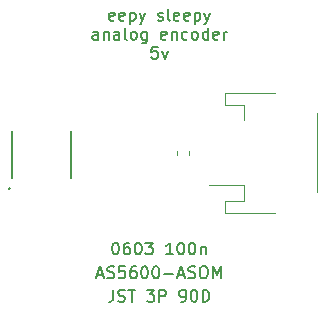
<source format=gbr>
%TF.GenerationSoftware,KiCad,Pcbnew,9.0.2*%
%TF.CreationDate,2025-06-01T02:51:53-04:00*%
%TF.ProjectId,Encoder,456e636f-6465-4722-9e6b-696361645f70,rev?*%
%TF.SameCoordinates,Original*%
%TF.FileFunction,Legend,Top*%
%TF.FilePolarity,Positive*%
%FSLAX46Y46*%
G04 Gerber Fmt 4.6, Leading zero omitted, Abs format (unit mm)*
G04 Created by KiCad (PCBNEW 9.0.2) date 2025-06-01 02:51:53*
%MOMM*%
%LPD*%
G01*
G04 APERTURE LIST*
%ADD10C,0.200000*%
%ADD11C,0.150000*%
%ADD12C,0.120000*%
%ADD13C,0.127000*%
G04 APERTURE END LIST*
D10*
X116190475Y-73599712D02*
X116095237Y-73647331D01*
X116095237Y-73647331D02*
X115904761Y-73647331D01*
X115904761Y-73647331D02*
X115809523Y-73599712D01*
X115809523Y-73599712D02*
X115761904Y-73504473D01*
X115761904Y-73504473D02*
X115761904Y-73123521D01*
X115761904Y-73123521D02*
X115809523Y-73028283D01*
X115809523Y-73028283D02*
X115904761Y-72980664D01*
X115904761Y-72980664D02*
X116095237Y-72980664D01*
X116095237Y-72980664D02*
X116190475Y-73028283D01*
X116190475Y-73028283D02*
X116238094Y-73123521D01*
X116238094Y-73123521D02*
X116238094Y-73218759D01*
X116238094Y-73218759D02*
X115761904Y-73313997D01*
X117047618Y-73599712D02*
X116952380Y-73647331D01*
X116952380Y-73647331D02*
X116761904Y-73647331D01*
X116761904Y-73647331D02*
X116666666Y-73599712D01*
X116666666Y-73599712D02*
X116619047Y-73504473D01*
X116619047Y-73504473D02*
X116619047Y-73123521D01*
X116619047Y-73123521D02*
X116666666Y-73028283D01*
X116666666Y-73028283D02*
X116761904Y-72980664D01*
X116761904Y-72980664D02*
X116952380Y-72980664D01*
X116952380Y-72980664D02*
X117047618Y-73028283D01*
X117047618Y-73028283D02*
X117095237Y-73123521D01*
X117095237Y-73123521D02*
X117095237Y-73218759D01*
X117095237Y-73218759D02*
X116619047Y-73313997D01*
X117523809Y-72980664D02*
X117523809Y-73980664D01*
X117523809Y-73028283D02*
X117619047Y-72980664D01*
X117619047Y-72980664D02*
X117809523Y-72980664D01*
X117809523Y-72980664D02*
X117904761Y-73028283D01*
X117904761Y-73028283D02*
X117952380Y-73075902D01*
X117952380Y-73075902D02*
X117999999Y-73171140D01*
X117999999Y-73171140D02*
X117999999Y-73456854D01*
X117999999Y-73456854D02*
X117952380Y-73552092D01*
X117952380Y-73552092D02*
X117904761Y-73599712D01*
X117904761Y-73599712D02*
X117809523Y-73647331D01*
X117809523Y-73647331D02*
X117619047Y-73647331D01*
X117619047Y-73647331D02*
X117523809Y-73599712D01*
X118333333Y-72980664D02*
X118571428Y-73647331D01*
X118809523Y-72980664D02*
X118571428Y-73647331D01*
X118571428Y-73647331D02*
X118476190Y-73885426D01*
X118476190Y-73885426D02*
X118428571Y-73933045D01*
X118428571Y-73933045D02*
X118333333Y-73980664D01*
X119904762Y-73599712D02*
X120000000Y-73647331D01*
X120000000Y-73647331D02*
X120190476Y-73647331D01*
X120190476Y-73647331D02*
X120285714Y-73599712D01*
X120285714Y-73599712D02*
X120333333Y-73504473D01*
X120333333Y-73504473D02*
X120333333Y-73456854D01*
X120333333Y-73456854D02*
X120285714Y-73361616D01*
X120285714Y-73361616D02*
X120190476Y-73313997D01*
X120190476Y-73313997D02*
X120047619Y-73313997D01*
X120047619Y-73313997D02*
X119952381Y-73266378D01*
X119952381Y-73266378D02*
X119904762Y-73171140D01*
X119904762Y-73171140D02*
X119904762Y-73123521D01*
X119904762Y-73123521D02*
X119952381Y-73028283D01*
X119952381Y-73028283D02*
X120047619Y-72980664D01*
X120047619Y-72980664D02*
X120190476Y-72980664D01*
X120190476Y-72980664D02*
X120285714Y-73028283D01*
X120904762Y-73647331D02*
X120809524Y-73599712D01*
X120809524Y-73599712D02*
X120761905Y-73504473D01*
X120761905Y-73504473D02*
X120761905Y-72647331D01*
X121666667Y-73599712D02*
X121571429Y-73647331D01*
X121571429Y-73647331D02*
X121380953Y-73647331D01*
X121380953Y-73647331D02*
X121285715Y-73599712D01*
X121285715Y-73599712D02*
X121238096Y-73504473D01*
X121238096Y-73504473D02*
X121238096Y-73123521D01*
X121238096Y-73123521D02*
X121285715Y-73028283D01*
X121285715Y-73028283D02*
X121380953Y-72980664D01*
X121380953Y-72980664D02*
X121571429Y-72980664D01*
X121571429Y-72980664D02*
X121666667Y-73028283D01*
X121666667Y-73028283D02*
X121714286Y-73123521D01*
X121714286Y-73123521D02*
X121714286Y-73218759D01*
X121714286Y-73218759D02*
X121238096Y-73313997D01*
X122523810Y-73599712D02*
X122428572Y-73647331D01*
X122428572Y-73647331D02*
X122238096Y-73647331D01*
X122238096Y-73647331D02*
X122142858Y-73599712D01*
X122142858Y-73599712D02*
X122095239Y-73504473D01*
X122095239Y-73504473D02*
X122095239Y-73123521D01*
X122095239Y-73123521D02*
X122142858Y-73028283D01*
X122142858Y-73028283D02*
X122238096Y-72980664D01*
X122238096Y-72980664D02*
X122428572Y-72980664D01*
X122428572Y-72980664D02*
X122523810Y-73028283D01*
X122523810Y-73028283D02*
X122571429Y-73123521D01*
X122571429Y-73123521D02*
X122571429Y-73218759D01*
X122571429Y-73218759D02*
X122095239Y-73313997D01*
X123000001Y-72980664D02*
X123000001Y-73980664D01*
X123000001Y-73028283D02*
X123095239Y-72980664D01*
X123095239Y-72980664D02*
X123285715Y-72980664D01*
X123285715Y-72980664D02*
X123380953Y-73028283D01*
X123380953Y-73028283D02*
X123428572Y-73075902D01*
X123428572Y-73075902D02*
X123476191Y-73171140D01*
X123476191Y-73171140D02*
X123476191Y-73456854D01*
X123476191Y-73456854D02*
X123428572Y-73552092D01*
X123428572Y-73552092D02*
X123380953Y-73599712D01*
X123380953Y-73599712D02*
X123285715Y-73647331D01*
X123285715Y-73647331D02*
X123095239Y-73647331D01*
X123095239Y-73647331D02*
X123000001Y-73599712D01*
X123809525Y-72980664D02*
X124047620Y-73647331D01*
X124285715Y-72980664D02*
X124047620Y-73647331D01*
X124047620Y-73647331D02*
X123952382Y-73885426D01*
X123952382Y-73885426D02*
X123904763Y-73933045D01*
X123904763Y-73933045D02*
X123809525Y-73980664D01*
X114809522Y-75257275D02*
X114809522Y-74733465D01*
X114809522Y-74733465D02*
X114761903Y-74638227D01*
X114761903Y-74638227D02*
X114666665Y-74590608D01*
X114666665Y-74590608D02*
X114476189Y-74590608D01*
X114476189Y-74590608D02*
X114380951Y-74638227D01*
X114809522Y-75209656D02*
X114714284Y-75257275D01*
X114714284Y-75257275D02*
X114476189Y-75257275D01*
X114476189Y-75257275D02*
X114380951Y-75209656D01*
X114380951Y-75209656D02*
X114333332Y-75114417D01*
X114333332Y-75114417D02*
X114333332Y-75019179D01*
X114333332Y-75019179D02*
X114380951Y-74923941D01*
X114380951Y-74923941D02*
X114476189Y-74876322D01*
X114476189Y-74876322D02*
X114714284Y-74876322D01*
X114714284Y-74876322D02*
X114809522Y-74828703D01*
X115285713Y-74590608D02*
X115285713Y-75257275D01*
X115285713Y-74685846D02*
X115333332Y-74638227D01*
X115333332Y-74638227D02*
X115428570Y-74590608D01*
X115428570Y-74590608D02*
X115571427Y-74590608D01*
X115571427Y-74590608D02*
X115666665Y-74638227D01*
X115666665Y-74638227D02*
X115714284Y-74733465D01*
X115714284Y-74733465D02*
X115714284Y-75257275D01*
X116619046Y-75257275D02*
X116619046Y-74733465D01*
X116619046Y-74733465D02*
X116571427Y-74638227D01*
X116571427Y-74638227D02*
X116476189Y-74590608D01*
X116476189Y-74590608D02*
X116285713Y-74590608D01*
X116285713Y-74590608D02*
X116190475Y-74638227D01*
X116619046Y-75209656D02*
X116523808Y-75257275D01*
X116523808Y-75257275D02*
X116285713Y-75257275D01*
X116285713Y-75257275D02*
X116190475Y-75209656D01*
X116190475Y-75209656D02*
X116142856Y-75114417D01*
X116142856Y-75114417D02*
X116142856Y-75019179D01*
X116142856Y-75019179D02*
X116190475Y-74923941D01*
X116190475Y-74923941D02*
X116285713Y-74876322D01*
X116285713Y-74876322D02*
X116523808Y-74876322D01*
X116523808Y-74876322D02*
X116619046Y-74828703D01*
X117238094Y-75257275D02*
X117142856Y-75209656D01*
X117142856Y-75209656D02*
X117095237Y-75114417D01*
X117095237Y-75114417D02*
X117095237Y-74257275D01*
X117761904Y-75257275D02*
X117666666Y-75209656D01*
X117666666Y-75209656D02*
X117619047Y-75162036D01*
X117619047Y-75162036D02*
X117571428Y-75066798D01*
X117571428Y-75066798D02*
X117571428Y-74781084D01*
X117571428Y-74781084D02*
X117619047Y-74685846D01*
X117619047Y-74685846D02*
X117666666Y-74638227D01*
X117666666Y-74638227D02*
X117761904Y-74590608D01*
X117761904Y-74590608D02*
X117904761Y-74590608D01*
X117904761Y-74590608D02*
X117999999Y-74638227D01*
X117999999Y-74638227D02*
X118047618Y-74685846D01*
X118047618Y-74685846D02*
X118095237Y-74781084D01*
X118095237Y-74781084D02*
X118095237Y-75066798D01*
X118095237Y-75066798D02*
X118047618Y-75162036D01*
X118047618Y-75162036D02*
X117999999Y-75209656D01*
X117999999Y-75209656D02*
X117904761Y-75257275D01*
X117904761Y-75257275D02*
X117761904Y-75257275D01*
X118952380Y-74590608D02*
X118952380Y-75400132D01*
X118952380Y-75400132D02*
X118904761Y-75495370D01*
X118904761Y-75495370D02*
X118857142Y-75542989D01*
X118857142Y-75542989D02*
X118761904Y-75590608D01*
X118761904Y-75590608D02*
X118619047Y-75590608D01*
X118619047Y-75590608D02*
X118523809Y-75542989D01*
X118952380Y-75209656D02*
X118857142Y-75257275D01*
X118857142Y-75257275D02*
X118666666Y-75257275D01*
X118666666Y-75257275D02*
X118571428Y-75209656D01*
X118571428Y-75209656D02*
X118523809Y-75162036D01*
X118523809Y-75162036D02*
X118476190Y-75066798D01*
X118476190Y-75066798D02*
X118476190Y-74781084D01*
X118476190Y-74781084D02*
X118523809Y-74685846D01*
X118523809Y-74685846D02*
X118571428Y-74638227D01*
X118571428Y-74638227D02*
X118666666Y-74590608D01*
X118666666Y-74590608D02*
X118857142Y-74590608D01*
X118857142Y-74590608D02*
X118952380Y-74638227D01*
X120571428Y-75209656D02*
X120476190Y-75257275D01*
X120476190Y-75257275D02*
X120285714Y-75257275D01*
X120285714Y-75257275D02*
X120190476Y-75209656D01*
X120190476Y-75209656D02*
X120142857Y-75114417D01*
X120142857Y-75114417D02*
X120142857Y-74733465D01*
X120142857Y-74733465D02*
X120190476Y-74638227D01*
X120190476Y-74638227D02*
X120285714Y-74590608D01*
X120285714Y-74590608D02*
X120476190Y-74590608D01*
X120476190Y-74590608D02*
X120571428Y-74638227D01*
X120571428Y-74638227D02*
X120619047Y-74733465D01*
X120619047Y-74733465D02*
X120619047Y-74828703D01*
X120619047Y-74828703D02*
X120142857Y-74923941D01*
X121047619Y-74590608D02*
X121047619Y-75257275D01*
X121047619Y-74685846D02*
X121095238Y-74638227D01*
X121095238Y-74638227D02*
X121190476Y-74590608D01*
X121190476Y-74590608D02*
X121333333Y-74590608D01*
X121333333Y-74590608D02*
X121428571Y-74638227D01*
X121428571Y-74638227D02*
X121476190Y-74733465D01*
X121476190Y-74733465D02*
X121476190Y-75257275D01*
X122380952Y-75209656D02*
X122285714Y-75257275D01*
X122285714Y-75257275D02*
X122095238Y-75257275D01*
X122095238Y-75257275D02*
X122000000Y-75209656D01*
X122000000Y-75209656D02*
X121952381Y-75162036D01*
X121952381Y-75162036D02*
X121904762Y-75066798D01*
X121904762Y-75066798D02*
X121904762Y-74781084D01*
X121904762Y-74781084D02*
X121952381Y-74685846D01*
X121952381Y-74685846D02*
X122000000Y-74638227D01*
X122000000Y-74638227D02*
X122095238Y-74590608D01*
X122095238Y-74590608D02*
X122285714Y-74590608D01*
X122285714Y-74590608D02*
X122380952Y-74638227D01*
X122952381Y-75257275D02*
X122857143Y-75209656D01*
X122857143Y-75209656D02*
X122809524Y-75162036D01*
X122809524Y-75162036D02*
X122761905Y-75066798D01*
X122761905Y-75066798D02*
X122761905Y-74781084D01*
X122761905Y-74781084D02*
X122809524Y-74685846D01*
X122809524Y-74685846D02*
X122857143Y-74638227D01*
X122857143Y-74638227D02*
X122952381Y-74590608D01*
X122952381Y-74590608D02*
X123095238Y-74590608D01*
X123095238Y-74590608D02*
X123190476Y-74638227D01*
X123190476Y-74638227D02*
X123238095Y-74685846D01*
X123238095Y-74685846D02*
X123285714Y-74781084D01*
X123285714Y-74781084D02*
X123285714Y-75066798D01*
X123285714Y-75066798D02*
X123238095Y-75162036D01*
X123238095Y-75162036D02*
X123190476Y-75209656D01*
X123190476Y-75209656D02*
X123095238Y-75257275D01*
X123095238Y-75257275D02*
X122952381Y-75257275D01*
X124142857Y-75257275D02*
X124142857Y-74257275D01*
X124142857Y-75209656D02*
X124047619Y-75257275D01*
X124047619Y-75257275D02*
X123857143Y-75257275D01*
X123857143Y-75257275D02*
X123761905Y-75209656D01*
X123761905Y-75209656D02*
X123714286Y-75162036D01*
X123714286Y-75162036D02*
X123666667Y-75066798D01*
X123666667Y-75066798D02*
X123666667Y-74781084D01*
X123666667Y-74781084D02*
X123714286Y-74685846D01*
X123714286Y-74685846D02*
X123761905Y-74638227D01*
X123761905Y-74638227D02*
X123857143Y-74590608D01*
X123857143Y-74590608D02*
X124047619Y-74590608D01*
X124047619Y-74590608D02*
X124142857Y-74638227D01*
X125000000Y-75209656D02*
X124904762Y-75257275D01*
X124904762Y-75257275D02*
X124714286Y-75257275D01*
X124714286Y-75257275D02*
X124619048Y-75209656D01*
X124619048Y-75209656D02*
X124571429Y-75114417D01*
X124571429Y-75114417D02*
X124571429Y-74733465D01*
X124571429Y-74733465D02*
X124619048Y-74638227D01*
X124619048Y-74638227D02*
X124714286Y-74590608D01*
X124714286Y-74590608D02*
X124904762Y-74590608D01*
X124904762Y-74590608D02*
X125000000Y-74638227D01*
X125000000Y-74638227D02*
X125047619Y-74733465D01*
X125047619Y-74733465D02*
X125047619Y-74828703D01*
X125047619Y-74828703D02*
X124571429Y-74923941D01*
X125476191Y-75257275D02*
X125476191Y-74590608D01*
X125476191Y-74781084D02*
X125523810Y-74685846D01*
X125523810Y-74685846D02*
X125571429Y-74638227D01*
X125571429Y-74638227D02*
X125666667Y-74590608D01*
X125666667Y-74590608D02*
X125761905Y-74590608D01*
X119857142Y-75867219D02*
X119380952Y-75867219D01*
X119380952Y-75867219D02*
X119333333Y-76343409D01*
X119333333Y-76343409D02*
X119380952Y-76295790D01*
X119380952Y-76295790D02*
X119476190Y-76248171D01*
X119476190Y-76248171D02*
X119714285Y-76248171D01*
X119714285Y-76248171D02*
X119809523Y-76295790D01*
X119809523Y-76295790D02*
X119857142Y-76343409D01*
X119857142Y-76343409D02*
X119904761Y-76438647D01*
X119904761Y-76438647D02*
X119904761Y-76676742D01*
X119904761Y-76676742D02*
X119857142Y-76771980D01*
X119857142Y-76771980D02*
X119809523Y-76819600D01*
X119809523Y-76819600D02*
X119714285Y-76867219D01*
X119714285Y-76867219D02*
X119476190Y-76867219D01*
X119476190Y-76867219D02*
X119380952Y-76819600D01*
X119380952Y-76819600D02*
X119333333Y-76771980D01*
X120238095Y-76200552D02*
X120476190Y-76867219D01*
X120476190Y-76867219D02*
X120714285Y-76200552D01*
D11*
X107289160Y-87818104D02*
X107327255Y-87856200D01*
X107327255Y-87856200D02*
X107289160Y-87894295D01*
X107289160Y-87894295D02*
X107251064Y-87856200D01*
X107251064Y-87856200D02*
X107289160Y-87818104D01*
X107289160Y-87818104D02*
X107289160Y-87894295D01*
X116261904Y-92454819D02*
X116357142Y-92454819D01*
X116357142Y-92454819D02*
X116452380Y-92502438D01*
X116452380Y-92502438D02*
X116499999Y-92550057D01*
X116499999Y-92550057D02*
X116547618Y-92645295D01*
X116547618Y-92645295D02*
X116595237Y-92835771D01*
X116595237Y-92835771D02*
X116595237Y-93073866D01*
X116595237Y-93073866D02*
X116547618Y-93264342D01*
X116547618Y-93264342D02*
X116499999Y-93359580D01*
X116499999Y-93359580D02*
X116452380Y-93407200D01*
X116452380Y-93407200D02*
X116357142Y-93454819D01*
X116357142Y-93454819D02*
X116261904Y-93454819D01*
X116261904Y-93454819D02*
X116166666Y-93407200D01*
X116166666Y-93407200D02*
X116119047Y-93359580D01*
X116119047Y-93359580D02*
X116071428Y-93264342D01*
X116071428Y-93264342D02*
X116023809Y-93073866D01*
X116023809Y-93073866D02*
X116023809Y-92835771D01*
X116023809Y-92835771D02*
X116071428Y-92645295D01*
X116071428Y-92645295D02*
X116119047Y-92550057D01*
X116119047Y-92550057D02*
X116166666Y-92502438D01*
X116166666Y-92502438D02*
X116261904Y-92454819D01*
X117452380Y-92454819D02*
X117261904Y-92454819D01*
X117261904Y-92454819D02*
X117166666Y-92502438D01*
X117166666Y-92502438D02*
X117119047Y-92550057D01*
X117119047Y-92550057D02*
X117023809Y-92692914D01*
X117023809Y-92692914D02*
X116976190Y-92883390D01*
X116976190Y-92883390D02*
X116976190Y-93264342D01*
X116976190Y-93264342D02*
X117023809Y-93359580D01*
X117023809Y-93359580D02*
X117071428Y-93407200D01*
X117071428Y-93407200D02*
X117166666Y-93454819D01*
X117166666Y-93454819D02*
X117357142Y-93454819D01*
X117357142Y-93454819D02*
X117452380Y-93407200D01*
X117452380Y-93407200D02*
X117499999Y-93359580D01*
X117499999Y-93359580D02*
X117547618Y-93264342D01*
X117547618Y-93264342D02*
X117547618Y-93026247D01*
X117547618Y-93026247D02*
X117499999Y-92931009D01*
X117499999Y-92931009D02*
X117452380Y-92883390D01*
X117452380Y-92883390D02*
X117357142Y-92835771D01*
X117357142Y-92835771D02*
X117166666Y-92835771D01*
X117166666Y-92835771D02*
X117071428Y-92883390D01*
X117071428Y-92883390D02*
X117023809Y-92931009D01*
X117023809Y-92931009D02*
X116976190Y-93026247D01*
X118166666Y-92454819D02*
X118261904Y-92454819D01*
X118261904Y-92454819D02*
X118357142Y-92502438D01*
X118357142Y-92502438D02*
X118404761Y-92550057D01*
X118404761Y-92550057D02*
X118452380Y-92645295D01*
X118452380Y-92645295D02*
X118499999Y-92835771D01*
X118499999Y-92835771D02*
X118499999Y-93073866D01*
X118499999Y-93073866D02*
X118452380Y-93264342D01*
X118452380Y-93264342D02*
X118404761Y-93359580D01*
X118404761Y-93359580D02*
X118357142Y-93407200D01*
X118357142Y-93407200D02*
X118261904Y-93454819D01*
X118261904Y-93454819D02*
X118166666Y-93454819D01*
X118166666Y-93454819D02*
X118071428Y-93407200D01*
X118071428Y-93407200D02*
X118023809Y-93359580D01*
X118023809Y-93359580D02*
X117976190Y-93264342D01*
X117976190Y-93264342D02*
X117928571Y-93073866D01*
X117928571Y-93073866D02*
X117928571Y-92835771D01*
X117928571Y-92835771D02*
X117976190Y-92645295D01*
X117976190Y-92645295D02*
X118023809Y-92550057D01*
X118023809Y-92550057D02*
X118071428Y-92502438D01*
X118071428Y-92502438D02*
X118166666Y-92454819D01*
X118833333Y-92454819D02*
X119452380Y-92454819D01*
X119452380Y-92454819D02*
X119119047Y-92835771D01*
X119119047Y-92835771D02*
X119261904Y-92835771D01*
X119261904Y-92835771D02*
X119357142Y-92883390D01*
X119357142Y-92883390D02*
X119404761Y-92931009D01*
X119404761Y-92931009D02*
X119452380Y-93026247D01*
X119452380Y-93026247D02*
X119452380Y-93264342D01*
X119452380Y-93264342D02*
X119404761Y-93359580D01*
X119404761Y-93359580D02*
X119357142Y-93407200D01*
X119357142Y-93407200D02*
X119261904Y-93454819D01*
X119261904Y-93454819D02*
X118976190Y-93454819D01*
X118976190Y-93454819D02*
X118880952Y-93407200D01*
X118880952Y-93407200D02*
X118833333Y-93359580D01*
X121166666Y-93454819D02*
X120595238Y-93454819D01*
X120880952Y-93454819D02*
X120880952Y-92454819D01*
X120880952Y-92454819D02*
X120785714Y-92597676D01*
X120785714Y-92597676D02*
X120690476Y-92692914D01*
X120690476Y-92692914D02*
X120595238Y-92740533D01*
X121785714Y-92454819D02*
X121880952Y-92454819D01*
X121880952Y-92454819D02*
X121976190Y-92502438D01*
X121976190Y-92502438D02*
X122023809Y-92550057D01*
X122023809Y-92550057D02*
X122071428Y-92645295D01*
X122071428Y-92645295D02*
X122119047Y-92835771D01*
X122119047Y-92835771D02*
X122119047Y-93073866D01*
X122119047Y-93073866D02*
X122071428Y-93264342D01*
X122071428Y-93264342D02*
X122023809Y-93359580D01*
X122023809Y-93359580D02*
X121976190Y-93407200D01*
X121976190Y-93407200D02*
X121880952Y-93454819D01*
X121880952Y-93454819D02*
X121785714Y-93454819D01*
X121785714Y-93454819D02*
X121690476Y-93407200D01*
X121690476Y-93407200D02*
X121642857Y-93359580D01*
X121642857Y-93359580D02*
X121595238Y-93264342D01*
X121595238Y-93264342D02*
X121547619Y-93073866D01*
X121547619Y-93073866D02*
X121547619Y-92835771D01*
X121547619Y-92835771D02*
X121595238Y-92645295D01*
X121595238Y-92645295D02*
X121642857Y-92550057D01*
X121642857Y-92550057D02*
X121690476Y-92502438D01*
X121690476Y-92502438D02*
X121785714Y-92454819D01*
X122738095Y-92454819D02*
X122833333Y-92454819D01*
X122833333Y-92454819D02*
X122928571Y-92502438D01*
X122928571Y-92502438D02*
X122976190Y-92550057D01*
X122976190Y-92550057D02*
X123023809Y-92645295D01*
X123023809Y-92645295D02*
X123071428Y-92835771D01*
X123071428Y-92835771D02*
X123071428Y-93073866D01*
X123071428Y-93073866D02*
X123023809Y-93264342D01*
X123023809Y-93264342D02*
X122976190Y-93359580D01*
X122976190Y-93359580D02*
X122928571Y-93407200D01*
X122928571Y-93407200D02*
X122833333Y-93454819D01*
X122833333Y-93454819D02*
X122738095Y-93454819D01*
X122738095Y-93454819D02*
X122642857Y-93407200D01*
X122642857Y-93407200D02*
X122595238Y-93359580D01*
X122595238Y-93359580D02*
X122547619Y-93264342D01*
X122547619Y-93264342D02*
X122500000Y-93073866D01*
X122500000Y-93073866D02*
X122500000Y-92835771D01*
X122500000Y-92835771D02*
X122547619Y-92645295D01*
X122547619Y-92645295D02*
X122595238Y-92550057D01*
X122595238Y-92550057D02*
X122642857Y-92502438D01*
X122642857Y-92502438D02*
X122738095Y-92454819D01*
X123500000Y-92788152D02*
X123500000Y-93454819D01*
X123500000Y-92883390D02*
X123547619Y-92835771D01*
X123547619Y-92835771D02*
X123642857Y-92788152D01*
X123642857Y-92788152D02*
X123785714Y-92788152D01*
X123785714Y-92788152D02*
X123880952Y-92835771D01*
X123880952Y-92835771D02*
X123928571Y-92931009D01*
X123928571Y-92931009D02*
X123928571Y-93454819D01*
X116095237Y-96454819D02*
X116095237Y-97169104D01*
X116095237Y-97169104D02*
X116047618Y-97311961D01*
X116047618Y-97311961D02*
X115952380Y-97407200D01*
X115952380Y-97407200D02*
X115809523Y-97454819D01*
X115809523Y-97454819D02*
X115714285Y-97454819D01*
X116523809Y-97407200D02*
X116666666Y-97454819D01*
X116666666Y-97454819D02*
X116904761Y-97454819D01*
X116904761Y-97454819D02*
X116999999Y-97407200D01*
X116999999Y-97407200D02*
X117047618Y-97359580D01*
X117047618Y-97359580D02*
X117095237Y-97264342D01*
X117095237Y-97264342D02*
X117095237Y-97169104D01*
X117095237Y-97169104D02*
X117047618Y-97073866D01*
X117047618Y-97073866D02*
X116999999Y-97026247D01*
X116999999Y-97026247D02*
X116904761Y-96978628D01*
X116904761Y-96978628D02*
X116714285Y-96931009D01*
X116714285Y-96931009D02*
X116619047Y-96883390D01*
X116619047Y-96883390D02*
X116571428Y-96835771D01*
X116571428Y-96835771D02*
X116523809Y-96740533D01*
X116523809Y-96740533D02*
X116523809Y-96645295D01*
X116523809Y-96645295D02*
X116571428Y-96550057D01*
X116571428Y-96550057D02*
X116619047Y-96502438D01*
X116619047Y-96502438D02*
X116714285Y-96454819D01*
X116714285Y-96454819D02*
X116952380Y-96454819D01*
X116952380Y-96454819D02*
X117095237Y-96502438D01*
X117380952Y-96454819D02*
X117952380Y-96454819D01*
X117666666Y-97454819D02*
X117666666Y-96454819D01*
X118952381Y-96454819D02*
X119571428Y-96454819D01*
X119571428Y-96454819D02*
X119238095Y-96835771D01*
X119238095Y-96835771D02*
X119380952Y-96835771D01*
X119380952Y-96835771D02*
X119476190Y-96883390D01*
X119476190Y-96883390D02*
X119523809Y-96931009D01*
X119523809Y-96931009D02*
X119571428Y-97026247D01*
X119571428Y-97026247D02*
X119571428Y-97264342D01*
X119571428Y-97264342D02*
X119523809Y-97359580D01*
X119523809Y-97359580D02*
X119476190Y-97407200D01*
X119476190Y-97407200D02*
X119380952Y-97454819D01*
X119380952Y-97454819D02*
X119095238Y-97454819D01*
X119095238Y-97454819D02*
X119000000Y-97407200D01*
X119000000Y-97407200D02*
X118952381Y-97359580D01*
X120000000Y-97454819D02*
X120000000Y-96454819D01*
X120000000Y-96454819D02*
X120380952Y-96454819D01*
X120380952Y-96454819D02*
X120476190Y-96502438D01*
X120476190Y-96502438D02*
X120523809Y-96550057D01*
X120523809Y-96550057D02*
X120571428Y-96645295D01*
X120571428Y-96645295D02*
X120571428Y-96788152D01*
X120571428Y-96788152D02*
X120523809Y-96883390D01*
X120523809Y-96883390D02*
X120476190Y-96931009D01*
X120476190Y-96931009D02*
X120380952Y-96978628D01*
X120380952Y-96978628D02*
X120000000Y-96978628D01*
X121809524Y-97454819D02*
X122000000Y-97454819D01*
X122000000Y-97454819D02*
X122095238Y-97407200D01*
X122095238Y-97407200D02*
X122142857Y-97359580D01*
X122142857Y-97359580D02*
X122238095Y-97216723D01*
X122238095Y-97216723D02*
X122285714Y-97026247D01*
X122285714Y-97026247D02*
X122285714Y-96645295D01*
X122285714Y-96645295D02*
X122238095Y-96550057D01*
X122238095Y-96550057D02*
X122190476Y-96502438D01*
X122190476Y-96502438D02*
X122095238Y-96454819D01*
X122095238Y-96454819D02*
X121904762Y-96454819D01*
X121904762Y-96454819D02*
X121809524Y-96502438D01*
X121809524Y-96502438D02*
X121761905Y-96550057D01*
X121761905Y-96550057D02*
X121714286Y-96645295D01*
X121714286Y-96645295D02*
X121714286Y-96883390D01*
X121714286Y-96883390D02*
X121761905Y-96978628D01*
X121761905Y-96978628D02*
X121809524Y-97026247D01*
X121809524Y-97026247D02*
X121904762Y-97073866D01*
X121904762Y-97073866D02*
X122095238Y-97073866D01*
X122095238Y-97073866D02*
X122190476Y-97026247D01*
X122190476Y-97026247D02*
X122238095Y-96978628D01*
X122238095Y-96978628D02*
X122285714Y-96883390D01*
X122904762Y-96454819D02*
X123000000Y-96454819D01*
X123000000Y-96454819D02*
X123095238Y-96502438D01*
X123095238Y-96502438D02*
X123142857Y-96550057D01*
X123142857Y-96550057D02*
X123190476Y-96645295D01*
X123190476Y-96645295D02*
X123238095Y-96835771D01*
X123238095Y-96835771D02*
X123238095Y-97073866D01*
X123238095Y-97073866D02*
X123190476Y-97264342D01*
X123190476Y-97264342D02*
X123142857Y-97359580D01*
X123142857Y-97359580D02*
X123095238Y-97407200D01*
X123095238Y-97407200D02*
X123000000Y-97454819D01*
X123000000Y-97454819D02*
X122904762Y-97454819D01*
X122904762Y-97454819D02*
X122809524Y-97407200D01*
X122809524Y-97407200D02*
X122761905Y-97359580D01*
X122761905Y-97359580D02*
X122714286Y-97264342D01*
X122714286Y-97264342D02*
X122666667Y-97073866D01*
X122666667Y-97073866D02*
X122666667Y-96835771D01*
X122666667Y-96835771D02*
X122714286Y-96645295D01*
X122714286Y-96645295D02*
X122761905Y-96550057D01*
X122761905Y-96550057D02*
X122809524Y-96502438D01*
X122809524Y-96502438D02*
X122904762Y-96454819D01*
X123666667Y-97454819D02*
X123666667Y-96454819D01*
X123666667Y-96454819D02*
X123904762Y-96454819D01*
X123904762Y-96454819D02*
X124047619Y-96502438D01*
X124047619Y-96502438D02*
X124142857Y-96597676D01*
X124142857Y-96597676D02*
X124190476Y-96692914D01*
X124190476Y-96692914D02*
X124238095Y-96883390D01*
X124238095Y-96883390D02*
X124238095Y-97026247D01*
X124238095Y-97026247D02*
X124190476Y-97216723D01*
X124190476Y-97216723D02*
X124142857Y-97311961D01*
X124142857Y-97311961D02*
X124047619Y-97407200D01*
X124047619Y-97407200D02*
X123904762Y-97454819D01*
X123904762Y-97454819D02*
X123666667Y-97454819D01*
X114761905Y-95169104D02*
X115238095Y-95169104D01*
X114666667Y-95454819D02*
X115000000Y-94454819D01*
X115000000Y-94454819D02*
X115333333Y-95454819D01*
X115619048Y-95407200D02*
X115761905Y-95454819D01*
X115761905Y-95454819D02*
X116000000Y-95454819D01*
X116000000Y-95454819D02*
X116095238Y-95407200D01*
X116095238Y-95407200D02*
X116142857Y-95359580D01*
X116142857Y-95359580D02*
X116190476Y-95264342D01*
X116190476Y-95264342D02*
X116190476Y-95169104D01*
X116190476Y-95169104D02*
X116142857Y-95073866D01*
X116142857Y-95073866D02*
X116095238Y-95026247D01*
X116095238Y-95026247D02*
X116000000Y-94978628D01*
X116000000Y-94978628D02*
X115809524Y-94931009D01*
X115809524Y-94931009D02*
X115714286Y-94883390D01*
X115714286Y-94883390D02*
X115666667Y-94835771D01*
X115666667Y-94835771D02*
X115619048Y-94740533D01*
X115619048Y-94740533D02*
X115619048Y-94645295D01*
X115619048Y-94645295D02*
X115666667Y-94550057D01*
X115666667Y-94550057D02*
X115714286Y-94502438D01*
X115714286Y-94502438D02*
X115809524Y-94454819D01*
X115809524Y-94454819D02*
X116047619Y-94454819D01*
X116047619Y-94454819D02*
X116190476Y-94502438D01*
X117095238Y-94454819D02*
X116619048Y-94454819D01*
X116619048Y-94454819D02*
X116571429Y-94931009D01*
X116571429Y-94931009D02*
X116619048Y-94883390D01*
X116619048Y-94883390D02*
X116714286Y-94835771D01*
X116714286Y-94835771D02*
X116952381Y-94835771D01*
X116952381Y-94835771D02*
X117047619Y-94883390D01*
X117047619Y-94883390D02*
X117095238Y-94931009D01*
X117095238Y-94931009D02*
X117142857Y-95026247D01*
X117142857Y-95026247D02*
X117142857Y-95264342D01*
X117142857Y-95264342D02*
X117095238Y-95359580D01*
X117095238Y-95359580D02*
X117047619Y-95407200D01*
X117047619Y-95407200D02*
X116952381Y-95454819D01*
X116952381Y-95454819D02*
X116714286Y-95454819D01*
X116714286Y-95454819D02*
X116619048Y-95407200D01*
X116619048Y-95407200D02*
X116571429Y-95359580D01*
X118000000Y-94454819D02*
X117809524Y-94454819D01*
X117809524Y-94454819D02*
X117714286Y-94502438D01*
X117714286Y-94502438D02*
X117666667Y-94550057D01*
X117666667Y-94550057D02*
X117571429Y-94692914D01*
X117571429Y-94692914D02*
X117523810Y-94883390D01*
X117523810Y-94883390D02*
X117523810Y-95264342D01*
X117523810Y-95264342D02*
X117571429Y-95359580D01*
X117571429Y-95359580D02*
X117619048Y-95407200D01*
X117619048Y-95407200D02*
X117714286Y-95454819D01*
X117714286Y-95454819D02*
X117904762Y-95454819D01*
X117904762Y-95454819D02*
X118000000Y-95407200D01*
X118000000Y-95407200D02*
X118047619Y-95359580D01*
X118047619Y-95359580D02*
X118095238Y-95264342D01*
X118095238Y-95264342D02*
X118095238Y-95026247D01*
X118095238Y-95026247D02*
X118047619Y-94931009D01*
X118047619Y-94931009D02*
X118000000Y-94883390D01*
X118000000Y-94883390D02*
X117904762Y-94835771D01*
X117904762Y-94835771D02*
X117714286Y-94835771D01*
X117714286Y-94835771D02*
X117619048Y-94883390D01*
X117619048Y-94883390D02*
X117571429Y-94931009D01*
X117571429Y-94931009D02*
X117523810Y-95026247D01*
X118714286Y-94454819D02*
X118809524Y-94454819D01*
X118809524Y-94454819D02*
X118904762Y-94502438D01*
X118904762Y-94502438D02*
X118952381Y-94550057D01*
X118952381Y-94550057D02*
X119000000Y-94645295D01*
X119000000Y-94645295D02*
X119047619Y-94835771D01*
X119047619Y-94835771D02*
X119047619Y-95073866D01*
X119047619Y-95073866D02*
X119000000Y-95264342D01*
X119000000Y-95264342D02*
X118952381Y-95359580D01*
X118952381Y-95359580D02*
X118904762Y-95407200D01*
X118904762Y-95407200D02*
X118809524Y-95454819D01*
X118809524Y-95454819D02*
X118714286Y-95454819D01*
X118714286Y-95454819D02*
X118619048Y-95407200D01*
X118619048Y-95407200D02*
X118571429Y-95359580D01*
X118571429Y-95359580D02*
X118523810Y-95264342D01*
X118523810Y-95264342D02*
X118476191Y-95073866D01*
X118476191Y-95073866D02*
X118476191Y-94835771D01*
X118476191Y-94835771D02*
X118523810Y-94645295D01*
X118523810Y-94645295D02*
X118571429Y-94550057D01*
X118571429Y-94550057D02*
X118619048Y-94502438D01*
X118619048Y-94502438D02*
X118714286Y-94454819D01*
X119666667Y-94454819D02*
X119761905Y-94454819D01*
X119761905Y-94454819D02*
X119857143Y-94502438D01*
X119857143Y-94502438D02*
X119904762Y-94550057D01*
X119904762Y-94550057D02*
X119952381Y-94645295D01*
X119952381Y-94645295D02*
X120000000Y-94835771D01*
X120000000Y-94835771D02*
X120000000Y-95073866D01*
X120000000Y-95073866D02*
X119952381Y-95264342D01*
X119952381Y-95264342D02*
X119904762Y-95359580D01*
X119904762Y-95359580D02*
X119857143Y-95407200D01*
X119857143Y-95407200D02*
X119761905Y-95454819D01*
X119761905Y-95454819D02*
X119666667Y-95454819D01*
X119666667Y-95454819D02*
X119571429Y-95407200D01*
X119571429Y-95407200D02*
X119523810Y-95359580D01*
X119523810Y-95359580D02*
X119476191Y-95264342D01*
X119476191Y-95264342D02*
X119428572Y-95073866D01*
X119428572Y-95073866D02*
X119428572Y-94835771D01*
X119428572Y-94835771D02*
X119476191Y-94645295D01*
X119476191Y-94645295D02*
X119523810Y-94550057D01*
X119523810Y-94550057D02*
X119571429Y-94502438D01*
X119571429Y-94502438D02*
X119666667Y-94454819D01*
X120428572Y-95073866D02*
X121190477Y-95073866D01*
X121619048Y-95169104D02*
X122095238Y-95169104D01*
X121523810Y-95454819D02*
X121857143Y-94454819D01*
X121857143Y-94454819D02*
X122190476Y-95454819D01*
X122476191Y-95407200D02*
X122619048Y-95454819D01*
X122619048Y-95454819D02*
X122857143Y-95454819D01*
X122857143Y-95454819D02*
X122952381Y-95407200D01*
X122952381Y-95407200D02*
X123000000Y-95359580D01*
X123000000Y-95359580D02*
X123047619Y-95264342D01*
X123047619Y-95264342D02*
X123047619Y-95169104D01*
X123047619Y-95169104D02*
X123000000Y-95073866D01*
X123000000Y-95073866D02*
X122952381Y-95026247D01*
X122952381Y-95026247D02*
X122857143Y-94978628D01*
X122857143Y-94978628D02*
X122666667Y-94931009D01*
X122666667Y-94931009D02*
X122571429Y-94883390D01*
X122571429Y-94883390D02*
X122523810Y-94835771D01*
X122523810Y-94835771D02*
X122476191Y-94740533D01*
X122476191Y-94740533D02*
X122476191Y-94645295D01*
X122476191Y-94645295D02*
X122523810Y-94550057D01*
X122523810Y-94550057D02*
X122571429Y-94502438D01*
X122571429Y-94502438D02*
X122666667Y-94454819D01*
X122666667Y-94454819D02*
X122904762Y-94454819D01*
X122904762Y-94454819D02*
X123047619Y-94502438D01*
X123666667Y-94454819D02*
X123857143Y-94454819D01*
X123857143Y-94454819D02*
X123952381Y-94502438D01*
X123952381Y-94502438D02*
X124047619Y-94597676D01*
X124047619Y-94597676D02*
X124095238Y-94788152D01*
X124095238Y-94788152D02*
X124095238Y-95121485D01*
X124095238Y-95121485D02*
X124047619Y-95311961D01*
X124047619Y-95311961D02*
X123952381Y-95407200D01*
X123952381Y-95407200D02*
X123857143Y-95454819D01*
X123857143Y-95454819D02*
X123666667Y-95454819D01*
X123666667Y-95454819D02*
X123571429Y-95407200D01*
X123571429Y-95407200D02*
X123476191Y-95311961D01*
X123476191Y-95311961D02*
X123428572Y-95121485D01*
X123428572Y-95121485D02*
X123428572Y-94788152D01*
X123428572Y-94788152D02*
X123476191Y-94597676D01*
X123476191Y-94597676D02*
X123571429Y-94502438D01*
X123571429Y-94502438D02*
X123666667Y-94454819D01*
X124523810Y-95454819D02*
X124523810Y-94454819D01*
X124523810Y-94454819D02*
X124857143Y-95169104D01*
X124857143Y-95169104D02*
X125190476Y-94454819D01*
X125190476Y-94454819D02*
X125190476Y-95454819D01*
D12*
%TO.C,0603 100n*%
X121490000Y-85008767D02*
X121490000Y-84716233D01*
X122510000Y-85008767D02*
X122510000Y-84716233D01*
%TO.C,J1*%
X125540000Y-79790000D02*
X125540000Y-80810000D01*
X125540000Y-80810000D02*
X127140000Y-80810000D01*
X125540000Y-88890000D02*
X127140000Y-88890000D01*
X125540000Y-89910000D02*
X125540000Y-88890000D01*
X127140000Y-80810000D02*
X127140000Y-82090000D01*
X127140000Y-87610000D02*
X124250000Y-87610000D01*
X127140000Y-88890000D02*
X127140000Y-87610000D01*
X129790000Y-79790000D02*
X125540000Y-79790000D01*
X129790000Y-89910000D02*
X125540000Y-89910000D01*
X133360000Y-88190000D02*
X133360000Y-81510000D01*
D13*
%TO.C,AS5600-ASOM*%
X107500000Y-87000000D02*
X107500000Y-83000000D01*
X112500000Y-83000000D02*
X112500000Y-87000000D01*
%TD*%
M02*

</source>
